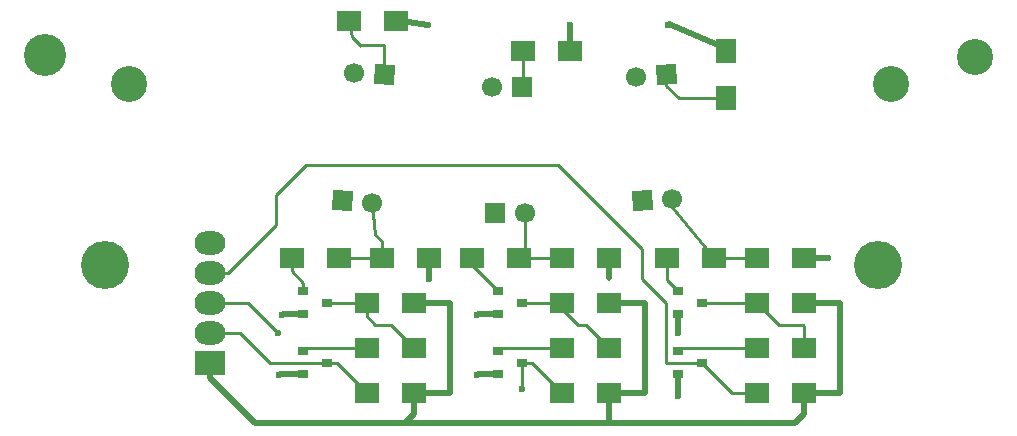
<source format=gbr>
G04 #@! TF.FileFunction,Copper,L1,Top,Signal*
%FSLAX46Y46*%
G04 Gerber Fmt 4.6, Leading zero omitted, Abs format (unit mm)*
G04 Created by KiCad (PCBNEW 4.0.6-e0-6349~53~ubuntu16.04.1) date Thu Jun 15 10:56:05 2017*
%MOMM*%
%LPD*%
G01*
G04 APERTURE LIST*
%ADD10C,0.100000*%
%ADD11C,1.700000*%
%ADD12R,1.700000X1.700000*%
%ADD13C,3.556000*%
%ADD14R,2.600000X2.000000*%
%ADD15O,2.600000X2.000000*%
%ADD16R,0.900000X0.800000*%
%ADD17R,2.000000X1.700000*%
%ADD18R,1.700000X2.000000*%
%ADD19C,4.064000*%
%ADD20C,3.048000*%
%ADD21C,0.600000*%
%ADD22C,0.250000*%
%ADD23C,0.508000*%
G04 APERTURE END LIST*
D10*
D11*
X147834187Y-51993181D03*
D10*
G36*
X149579364Y-52723222D02*
X149460778Y-51027364D01*
X151156636Y-50908778D01*
X151275222Y-52604636D01*
X149579364Y-52723222D01*
X149579364Y-52723222D01*
G37*
D11*
X135636000Y-52832000D03*
D12*
X138176000Y-52832000D03*
D11*
X123958187Y-51638819D03*
D10*
G36*
X125584778Y-52604636D02*
X125703364Y-50908778D01*
X127399222Y-51027364D01*
X127280636Y-52723222D01*
X125584778Y-52604636D01*
X125584778Y-52604636D01*
G37*
D13*
X97790000Y-50165000D03*
D14*
X111760000Y-76200000D03*
D15*
X111760000Y-73660000D03*
X111760000Y-71120000D03*
X111760000Y-68580000D03*
X111760000Y-66040000D03*
D11*
X125469813Y-62661181D03*
D10*
G36*
X123843222Y-61695364D02*
X123724636Y-63391222D01*
X122028778Y-63272636D01*
X122147364Y-61576778D01*
X123843222Y-61695364D01*
X123843222Y-61695364D01*
G37*
D16*
X119650000Y-70170000D03*
X119650000Y-72070000D03*
X121650000Y-71120000D03*
X119650000Y-75250000D03*
X119650000Y-77150000D03*
X121650000Y-76200000D03*
D11*
X138430000Y-63500000D03*
D12*
X135890000Y-63500000D03*
D16*
X136160000Y-70170000D03*
X136160000Y-72070000D03*
X138160000Y-71120000D03*
X136160000Y-75250000D03*
X136160000Y-77150000D03*
X138160000Y-76200000D03*
D11*
X150869813Y-62306819D03*
D10*
G36*
X149124636Y-61576778D02*
X149243222Y-63272636D01*
X147547364Y-63391222D01*
X147428778Y-61695364D01*
X149124636Y-61576778D01*
X149124636Y-61576778D01*
G37*
D16*
X151400000Y-70170000D03*
X151400000Y-72070000D03*
X153400000Y-71120000D03*
X151400000Y-75250000D03*
X151400000Y-77150000D03*
X153400000Y-76200000D03*
D17*
X127476000Y-47244000D03*
X123476000Y-47244000D03*
X126270000Y-67310000D03*
X130270000Y-67310000D03*
X118650000Y-67310000D03*
X122650000Y-67310000D03*
X129000000Y-71120000D03*
X125000000Y-71120000D03*
X125000000Y-74930000D03*
X129000000Y-74930000D03*
X129000000Y-78740000D03*
X125000000Y-78740000D03*
X142208000Y-49784000D03*
X138208000Y-49784000D03*
X141510000Y-67310000D03*
X145510000Y-67310000D03*
X133890000Y-67310000D03*
X137890000Y-67310000D03*
X145510000Y-71120000D03*
X141510000Y-71120000D03*
X141510000Y-74930000D03*
X145510000Y-74930000D03*
X145510000Y-78740000D03*
X141510000Y-78740000D03*
D18*
X155448000Y-49816000D03*
X155448000Y-53816000D03*
D17*
X158020000Y-67310000D03*
X162020000Y-67310000D03*
X150400000Y-67310000D03*
X154400000Y-67310000D03*
X162020000Y-71120000D03*
X158020000Y-71120000D03*
X158020000Y-74930000D03*
X162020000Y-74930000D03*
X162020000Y-78740000D03*
X158020000Y-78740000D03*
D19*
X168275000Y-67945000D03*
X102870000Y-67945000D03*
D20*
X104902000Y-52578000D03*
X176530000Y-50292000D03*
X169418000Y-52578000D03*
D21*
X142240000Y-47625000D03*
X150495000Y-47625000D03*
X130175000Y-47625000D03*
X138160000Y-78470000D03*
X117475000Y-73660000D03*
X164084000Y-67310000D03*
X151384000Y-78994000D03*
X151384000Y-73660000D03*
X145542000Y-68834000D03*
X134366000Y-77216000D03*
X134366000Y-72136000D03*
X130302000Y-69088000D03*
X117602000Y-77216000D03*
X117856000Y-72136000D03*
D22*
X124424684Y-49311316D02*
X126456684Y-49311316D01*
X126492000Y-49346632D02*
X126492000Y-51816000D01*
X126456684Y-49311316D02*
X126492000Y-49346632D01*
X123476000Y-47244000D02*
X123730000Y-48616632D01*
X123730000Y-48616632D02*
X124424684Y-49311316D01*
X124424684Y-49311316D02*
X124466187Y-49352819D01*
X138208000Y-49784000D02*
X138208000Y-52800000D01*
X138208000Y-52800000D02*
X138176000Y-52832000D01*
X150368000Y-52800000D02*
X150368000Y-51816000D01*
X155448000Y-53816000D02*
X151416000Y-53816000D01*
X150368000Y-52768000D02*
X150368000Y-52800000D01*
X151416000Y-53816000D02*
X150368000Y-52768000D01*
D23*
X142240000Y-47625000D02*
X142240000Y-49752000D01*
X142240000Y-49752000D02*
X142208000Y-49784000D01*
X146050000Y-81280000D02*
X161290000Y-81280000D01*
X162020000Y-80550000D02*
X162020000Y-78740000D01*
X161290000Y-81280000D02*
X162020000Y-80550000D01*
X162020000Y-78740000D02*
X165100000Y-78740000D01*
X165100000Y-71120000D02*
X162020000Y-71120000D01*
X165100000Y-78740000D02*
X165100000Y-71120000D01*
X128270000Y-81280000D02*
X146050000Y-81280000D01*
X145510000Y-81185000D02*
X145510000Y-78740000D01*
X145415000Y-81280000D02*
X145510000Y-81185000D01*
X146050000Y-81280000D02*
X145415000Y-81280000D01*
X145510000Y-78740000D02*
X148590000Y-78740000D01*
X148590000Y-71120000D02*
X145510000Y-71120000D01*
X148590000Y-78740000D02*
X148590000Y-71120000D01*
X111760000Y-76200000D02*
X111760000Y-77470000D01*
X129000000Y-80550000D02*
X129000000Y-78740000D01*
X128270000Y-81280000D02*
X129000000Y-80550000D01*
X115570000Y-81280000D02*
X128270000Y-81280000D01*
X111760000Y-77470000D02*
X115570000Y-81280000D01*
X129000000Y-78740000D02*
X132080000Y-78740000D01*
X132080000Y-78740000D02*
X132080000Y-71120000D01*
X132080000Y-71120000D02*
X129000000Y-71120000D01*
X150495000Y-47625000D02*
X150590000Y-47530000D01*
X130175000Y-47625000D02*
X128016000Y-47244000D01*
X128016000Y-47244000D02*
X127476000Y-47244000D01*
X155924000Y-49784000D02*
X150590000Y-47530000D01*
X150590000Y-47530000D02*
X150495000Y-47625000D01*
D22*
X111760000Y-73660000D02*
X114300000Y-73660000D01*
X116840000Y-76200000D02*
X121650000Y-76200000D01*
X114300000Y-73660000D02*
X116840000Y-76200000D01*
X121650000Y-76200000D02*
X122460000Y-76200000D01*
X122460000Y-76200000D02*
X125000000Y-78740000D01*
X138160000Y-76200000D02*
X138160000Y-78470000D01*
X111760000Y-71120000D02*
X114935000Y-71120000D01*
X114935000Y-71120000D02*
X117475000Y-73660000D01*
X138160000Y-76200000D02*
X138970000Y-76200000D01*
X138970000Y-76200000D02*
X141510000Y-78740000D01*
X117348000Y-61976000D02*
X119888000Y-59436000D01*
X113284000Y-68580000D02*
X117348000Y-64516000D01*
X117348000Y-64516000D02*
X117348000Y-61976000D01*
X111760000Y-68580000D02*
X113284000Y-68580000D01*
X150368000Y-76200000D02*
X153400000Y-76200000D01*
X150368000Y-71120000D02*
X150368000Y-76200000D01*
X148336000Y-69088000D02*
X150368000Y-71120000D01*
X148336000Y-66548000D02*
X148336000Y-69088000D01*
X141224000Y-59436000D02*
X148336000Y-66548000D01*
X119888000Y-59436000D02*
X141224000Y-59436000D01*
X158020000Y-78740000D02*
X155940000Y-78740000D01*
X155940000Y-78740000D02*
X153400000Y-76200000D01*
D23*
X162020000Y-67310000D02*
X164084000Y-67310000D01*
X151400000Y-77150000D02*
X151400000Y-78978000D01*
X151400000Y-78978000D02*
X151384000Y-78994000D01*
X151400000Y-72070000D02*
X151400000Y-73644000D01*
X151400000Y-73644000D02*
X151384000Y-73660000D01*
X145510000Y-67310000D02*
X145510000Y-69056000D01*
X145542000Y-69024000D02*
X145542000Y-68834000D01*
X145510000Y-69056000D02*
X145542000Y-69024000D01*
X136160000Y-77150000D02*
X134432000Y-77150000D01*
X134432000Y-77150000D02*
X134366000Y-77216000D01*
X136160000Y-72070000D02*
X134432000Y-72070000D01*
X134432000Y-72070000D02*
X134366000Y-72136000D01*
X130270000Y-67310000D02*
X130270000Y-69056000D01*
X130270000Y-69056000D02*
X130302000Y-69088000D01*
X119650000Y-77150000D02*
X117668000Y-77150000D01*
X117668000Y-77150000D02*
X117602000Y-77216000D01*
X119650000Y-72070000D02*
X117922000Y-72070000D01*
X117922000Y-72070000D02*
X117856000Y-72136000D01*
D22*
X125730000Y-65405000D02*
X125476000Y-62667368D01*
X125476000Y-62667368D02*
X125469813Y-62661181D01*
X126270000Y-67310000D02*
X126270000Y-65945000D01*
X126270000Y-65945000D02*
X125730000Y-65405000D01*
X125730000Y-65405000D02*
X125723813Y-65398813D01*
X122650000Y-67310000D02*
X126270000Y-67310000D01*
X126270000Y-67310000D02*
X125723813Y-66763813D01*
X118650000Y-67310000D02*
X118650000Y-68485000D01*
X119650000Y-69485000D02*
X119650000Y-70170000D01*
X118650000Y-68485000D02*
X119650000Y-69485000D01*
X125000000Y-71120000D02*
X125000000Y-72295000D01*
X127095000Y-73025000D02*
X129000000Y-74930000D01*
X125730000Y-73025000D02*
X127095000Y-73025000D01*
X125000000Y-72295000D02*
X125730000Y-73025000D01*
X121650000Y-71120000D02*
X125000000Y-71120000D01*
X125000000Y-74930000D02*
X119970000Y-74930000D01*
X119970000Y-74930000D02*
X119650000Y-75250000D01*
X138430000Y-63500000D02*
X138430000Y-66770000D01*
X138430000Y-66770000D02*
X137890000Y-67310000D01*
X137890000Y-67310000D02*
X141510000Y-67310000D01*
X133890000Y-67310000D02*
X133890000Y-67900000D01*
X133890000Y-67900000D02*
X136160000Y-70170000D01*
X141510000Y-71120000D02*
X141510000Y-71660000D01*
X141510000Y-71660000D02*
X142875000Y-73025000D01*
X143605000Y-73025000D02*
X145510000Y-74930000D01*
X142875000Y-73025000D02*
X143605000Y-73025000D01*
X138160000Y-71120000D02*
X141510000Y-71120000D01*
X141510000Y-74930000D02*
X136480000Y-74930000D01*
X136480000Y-74930000D02*
X136160000Y-75250000D01*
X150869813Y-62306819D02*
X150869813Y-63017813D01*
X150869813Y-63017813D02*
X154400000Y-67310000D01*
X154400000Y-67310000D02*
X158020000Y-67310000D01*
X150400000Y-67310000D02*
X150400000Y-69170000D01*
X150400000Y-69170000D02*
X151400000Y-70170000D01*
X162020000Y-74930000D02*
X162020000Y-73120000D01*
X159925000Y-73025000D02*
X158020000Y-71120000D01*
X161925000Y-73025000D02*
X159925000Y-73025000D01*
X162020000Y-73120000D02*
X161925000Y-73025000D01*
X158020000Y-71120000D02*
X153400000Y-71120000D01*
X158020000Y-74930000D02*
X151720000Y-74930000D01*
X151720000Y-74930000D02*
X151400000Y-75250000D01*
M02*

</source>
